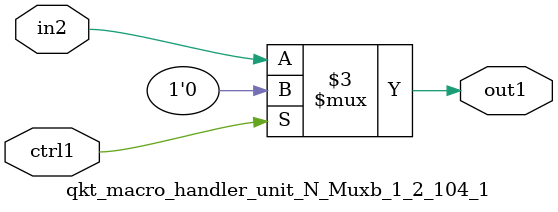
<source format=v>

`timescale 1ps / 1ps


module qkt_macro_handler_unit_N_Muxb_1_2_104_1( in2, ctrl1, out1 );

    input in2;
    input ctrl1;
    output out1;
    reg out1;

    
    // rtl_process:qkt_macro_handler_unit_N_Muxb_1_2_104_1/qkt_macro_handler_unit_N_Muxb_1_2_104_1_thread_1
    always @*
      begin : qkt_macro_handler_unit_N_Muxb_1_2_104_1_thread_1
        case (ctrl1) 
          1'b1: 
            begin
              out1 = 1'b0;
            end
          default: 
            begin
              out1 = in2;
            end
        endcase
      end

endmodule



</source>
